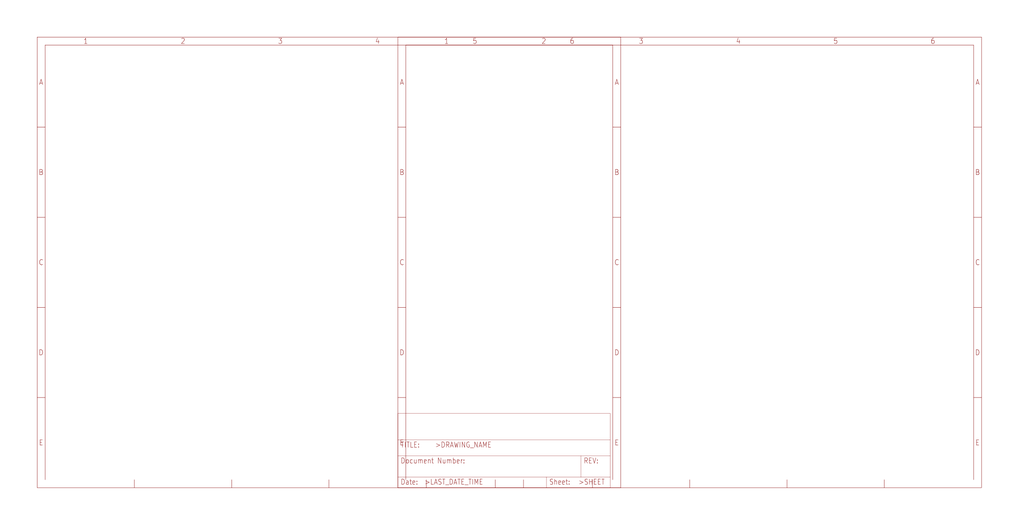
<source format=kicad_sch>
(kicad_sch (version 20211123) (generator eeschema)
  (paper "User" 490.22 254.406)
  (lib_symbols
    (symbol "oresat-backplane-2u-eagle-import:FRAME_A_L"
      (symbol "FRAME_A_L_0_0"
        (polyline (pts (xy 0 43.18) (xy 3.81 43.18)))
        (polyline (pts (xy 0 86.36) (xy 3.81 86.36)))
        (polyline (pts (xy 0 129.54) (xy 3.81 129.54)))
        (polyline (pts (xy 0 172.72) (xy 3.81 172.72)))
        (polyline (pts (xy 3.81 3.81) (xy 3.81 212.09)))
        (polyline (pts (xy 46.5667 0) (xy 46.5667 3.81)))
        (polyline (pts (xy 93.1333 0) (xy 93.1333 3.81)))
        (polyline (pts (xy 139.7 0) (xy 139.7 3.81)))
        (polyline (pts (xy 186.2667 0) (xy 186.2667 3.81)))
        (polyline (pts (xy 232.8333 0) (xy 232.8333 3.81)))
        (polyline (pts (xy 275.59 3.81) (xy 275.59 212.09)))
        (polyline (pts (xy 275.59 43.18) (xy 279.4 43.18)))
        (polyline (pts (xy 275.59 86.36) (xy 279.4 86.36)))
        (polyline (pts (xy 275.59 129.54) (xy 279.4 129.54)))
        (polyline (pts (xy 275.59 172.72) (xy 279.4 172.72)))
        (polyline (pts (xy 275.59 212.09) (xy 3.81 212.09)))
        (polyline (pts (xy 0 0) (xy 279.4 0) (xy 279.4 215.9) (xy 0 215.9) (xy 0 0)))
        (text "1" (at 23.2833 213.995 0) (effects (font (size 2.54 2.286))))
        (text "2" (at 69.85 213.995 0) (effects (font (size 2.54 2.286))))
        (text "3" (at 116.4167 213.995 0) (effects (font (size 2.54 2.286))))
        (text "4" (at 162.9833 213.995 0) (effects (font (size 2.54 2.286))))
        (text "5" (at 209.55 213.995 0) (effects (font (size 2.54 2.286))))
        (text "6" (at 256.1167 213.995 0) (effects (font (size 2.54 2.286))))
        (text "A" (at 1.905 194.31 0) (effects (font (size 2.54 2.286))))
        (text "A" (at 277.495 194.31 0) (effects (font (size 2.54 2.286))))
        (text "B" (at 1.905 151.13 0) (effects (font (size 2.54 2.286))))
        (text "B" (at 277.495 151.13 0) (effects (font (size 2.54 2.286))))
        (text "C" (at 1.905 107.95 0) (effects (font (size 2.54 2.286))))
        (text "C" (at 277.495 107.95 0) (effects (font (size 2.54 2.286))))
        (text "D" (at 1.905 64.77 0) (effects (font (size 2.54 2.286))))
        (text "D" (at 277.495 64.77 0) (effects (font (size 2.54 2.286))))
        (text "E" (at 1.905 21.59 0) (effects (font (size 2.54 2.286))))
        (text "E" (at 277.495 21.59 0) (effects (font (size 2.54 2.286))))
      )
      (symbol "FRAME_A_L_2_0"
        (polyline (pts (xy 0 0) (xy 0 5.08)) (stroke (width 0.1016)))
        (polyline (pts (xy 0 0) (xy 71.12 0)) (stroke (width 0.1016)))
        (polyline (pts (xy 0 5.08) (xy 0 15.24)) (stroke (width 0.1016)))
        (polyline (pts (xy 0 5.08) (xy 71.12 5.08)) (stroke (width 0.1016)))
        (polyline (pts (xy 0 15.24) (xy 0 22.86)) (stroke (width 0.1016)))
        (polyline (pts (xy 0 22.86) (xy 0 35.56)) (stroke (width 0.1016)))
        (polyline (pts (xy 0 22.86) (xy 101.6 22.86)) (stroke (width 0.1016)))
        (polyline (pts (xy 71.12 0) (xy 101.6 0)) (stroke (width 0.1016)))
        (polyline (pts (xy 71.12 5.08) (xy 71.12 0)) (stroke (width 0.1016)))
        (polyline (pts (xy 71.12 5.08) (xy 87.63 5.08)) (stroke (width 0.1016)))
        (polyline (pts (xy 87.63 5.08) (xy 101.6 5.08)) (stroke (width 0.1016)))
        (polyline (pts (xy 87.63 15.24) (xy 0 15.24)) (stroke (width 0.1016)))
        (polyline (pts (xy 87.63 15.24) (xy 87.63 5.08)) (stroke (width 0.1016)))
        (polyline (pts (xy 101.6 5.08) (xy 101.6 0)) (stroke (width 0.1016)))
        (polyline (pts (xy 101.6 15.24) (xy 87.63 15.24)) (stroke (width 0.1016)))
        (polyline (pts (xy 101.6 15.24) (xy 101.6 5.08)) (stroke (width 0.1016)))
        (polyline (pts (xy 101.6 22.86) (xy 101.6 15.24)) (stroke (width 0.1016)))
        (polyline (pts (xy 101.6 35.56) (xy 0 35.56)) (stroke (width 0.1016)))
        (polyline (pts (xy 101.6 35.56) (xy 101.6 22.86)) (stroke (width 0.1016)))
        (text ">DRAWING_NAME" (at 17.78 19.05 0) (effects (font (size 2.54 2.159)) (justify left bottom)))
        (text ">LAST_DATE_TIME" (at 12.7 1.27 0) (effects (font (size 2.54 2.159)) (justify left bottom)))
        (text ">SHEET" (at 86.36 1.27 0) (effects (font (size 2.54 2.159)) (justify left bottom)))
        (text "Date:" (at 1.27 1.27 0) (effects (font (size 2.54 2.159)) (justify left bottom)))
        (text "Document Number:" (at 1.27 11.43 0) (effects (font (size 2.54 2.159)) (justify left bottom)))
        (text "REV:" (at 88.9 11.43 0) (effects (font (size 2.54 2.159)) (justify left bottom)))
        (text "Sheet:" (at 72.39 1.27 0) (effects (font (size 2.54 2.159)) (justify left bottom)))
        (text "TITLE:" (at 1.27 19.05 0) (effects (font (size 2.54 2.159)) (justify left bottom)))
      )
    )
  )
  (symbol (lib_id "oresat-backplane-2u-eagle-import:FRAME_A_L") (at 17.78 233.68 0) (unit 1)
    (property "Reference" "#FRAME11" (effects hide))
    (property "Value" "FRAME_A_L" (effects hide))
    (property "Footprint" "oresat-backplane-2u:" (effects hide))
  )
  (symbol (lib_id "oresat-backplane-2u-eagle-import:FRAME_A_L") (at 190.5 233.68 0) (unit 2)
    (property "Reference" "#FRAME11" (effects hide))
    (property "Value" "FRAME_A_L" (effects hide))
    (property "Footprint" "oresat-backplane-2u:" (effects hide))
  )
)
</source>
